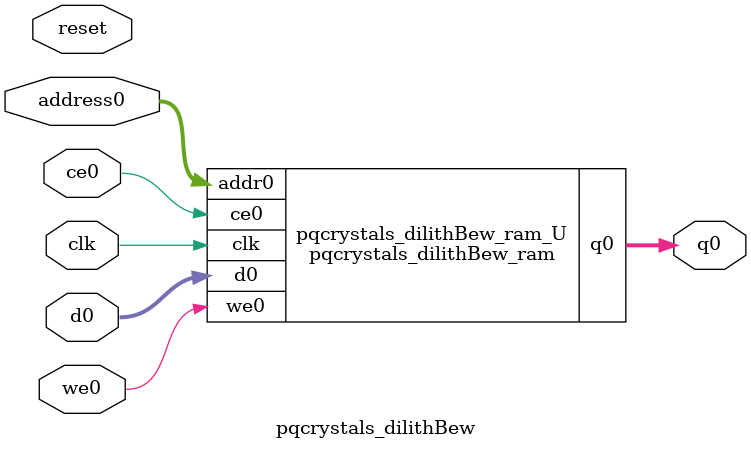
<source format=v>
`timescale 1 ns / 1 ps
module pqcrystals_dilithBew_ram (addr0, ce0, d0, we0, q0,  clk);

parameter DWIDTH = 32;
parameter AWIDTH = 8;
parameter MEM_SIZE = 256;

input[AWIDTH-1:0] addr0;
input ce0;
input[DWIDTH-1:0] d0;
input we0;
output reg[DWIDTH-1:0] q0;
input clk;

(* ram_style = "block" *)reg [DWIDTH-1:0] ram[0:MEM_SIZE-1];




always @(posedge clk)  
begin 
    if (ce0) begin
        if (we0) 
            ram[addr0] <= d0; 
        q0 <= ram[addr0];
    end
end


endmodule

`timescale 1 ns / 1 ps
module pqcrystals_dilithBew(
    reset,
    clk,
    address0,
    ce0,
    we0,
    d0,
    q0);

parameter DataWidth = 32'd32;
parameter AddressRange = 32'd256;
parameter AddressWidth = 32'd8;
input reset;
input clk;
input[AddressWidth - 1:0] address0;
input ce0;
input we0;
input[DataWidth - 1:0] d0;
output[DataWidth - 1:0] q0;



pqcrystals_dilithBew_ram pqcrystals_dilithBew_ram_U(
    .clk( clk ),
    .addr0( address0 ),
    .ce0( ce0 ),
    .we0( we0 ),
    .d0( d0 ),
    .q0( q0 ));

endmodule


</source>
